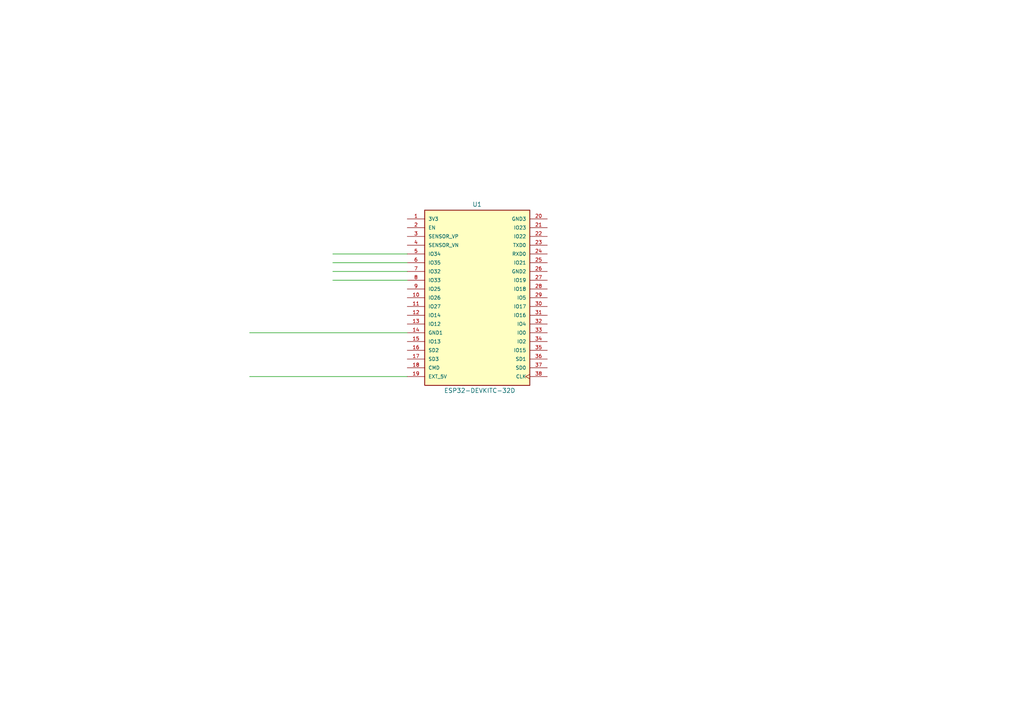
<source format=kicad_sch>
(kicad_sch (version 20231120) (generator "eeschema") (generator_version "8.0")
  (paper "A4")
  (lib_symbols
    (symbol "ESP32-DEVKITCv4-32D:ESP32-DEVKITC-32D" (pin_names (offset 1.016))
      (property "Reference" "U" (at -15.2654 26.0604 0))
      (property "Value" "ESP32-DEVKITC-32D" (at -15.2654 -27.9654 0))
      (symbol "ESP32-DEVKITC-32D_0_0"
        (rectangle (start -15.24 -25.4) (end 15.24 25.4) (stroke (width 0.254)) (fill (type background)))
        (pin power_in line (at -20.32 22.86 0) (length 5.08) (name "3V3") (number "1"))
        (pin bidirectional line (at -20.32 0 0) (length 5.08) (name "IO26") (number "10"))
        (pin bidirectional line (at -20.32 -2.54 0) (length 5.08) (name "IO27") (number "11"))
        (pin bidirectional line (at -20.32 -5.08 0) (length 5.08) (name "IO14") (number "12"))
        (pin bidirectional line (at -20.32 -7.62 0) (length 5.08) (name "IO12") (number "13"))
        (pin power_in line (at -20.32 -10.16 0) (length 5.08) (name "GND1") (number "14"))
        (pin bidirectional line (at -20.32 -12.7 0) (length 5.08) (name "IO13") (number "15"))
        (pin bidirectional line (at -20.32 -15.24 0) (length 5.08) (name "SD2") (number "16"))
        (pin bidirectional line (at -20.32 -17.78 0) (length 5.08) (name "SD3") (number "17"))
        (pin bidirectional line (at -20.32 -20.32 0) (length 5.08) (name "CMD") (number "18"))
        (pin power_in line (at -20.32 -22.86 0) (length 5.08) (name "EXT_5V") (number "19"))
        (pin input line (at -20.32 20.32 0) (length 5.08) (name "EN") (number "2"))
        (pin power_in line (at 20.32 22.86 180) (length 5.08) (name "GND3") (number "20"))
        (pin bidirectional line (at 20.32 20.32 180) (length 5.08) (name "IO23") (number "21"))
        (pin bidirectional line (at 20.32 17.78 180) (length 5.08) (name "IO22") (number "22"))
        (pin output line (at 20.32 15.24 180) (length 5.08) (name "TXD0") (number "23"))
        (pin input line (at 20.32 12.7 180) (length 5.08) (name "RXD0") (number "24"))
        (pin bidirectional line (at 20.32 10.16 180) (length 5.08) (name "IO21") (number "25"))
        (pin power_in line (at 20.32 7.62 180) (length 5.08) (name "GND2") (number "26"))
        (pin bidirectional line (at 20.32 5.08 180) (length 5.08) (name "IO19") (number "27"))
        (pin bidirectional line (at 20.32 2.54 180) (length 5.08) (name "IO18") (number "28"))
        (pin bidirectional line (at 20.32 0 180) (length 5.08) (name "IO5") (number "29"))
        (pin input line (at -20.32 17.78 0) (length 5.08) (name "SENSOR_VP") (number "3"))
        (pin bidirectional line (at 20.32 -2.54 180) (length 5.08) (name "IO17") (number "30"))
        (pin bidirectional line (at 20.32 -5.08 180) (length 5.08) (name "IO16") (number "31"))
        (pin bidirectional line (at 20.32 -7.62 180) (length 5.08) (name "IO4") (number "32"))
        (pin bidirectional line (at 20.32 -10.16 180) (length 5.08) (name "IO0") (number "33"))
        (pin bidirectional line (at 20.32 -12.7 180) (length 5.08) (name "IO2") (number "34"))
        (pin bidirectional line (at 20.32 -15.24 180) (length 5.08) (name "IO15") (number "35"))
        (pin bidirectional line (at 20.32 -17.78 180) (length 5.08) (name "SD1") (number "36"))
        (pin bidirectional line (at 20.32 -20.32 180) (length 5.08) (name "SD0") (number "37"))
        (pin input clock (at 20.32 -22.86 180) (length 5.08) (name "CLK") (number "38"))
        (pin input line (at -20.32 15.24 0) (length 5.08) (name "SENSOR_VN") (number "4"))
        (pin bidirectional line (at -20.32 12.7 0) (length 5.08) (name "IO34") (number "5"))
        (pin bidirectional line (at -20.32 10.16 0) (length 5.08) (name "IO35") (number "6"))
        (pin bidirectional line (at -20.32 7.62 0) (length 5.08) (name "IO32") (number "7"))
        (pin bidirectional line (at -20.32 5.08 0) (length 5.08) (name "IO33") (number "8"))
        (pin bidirectional line (at -20.32 2.54 0) (length 5.08) (name "IO25") (number "9"))
      )
    )
  )
  (wire (pts (xy 72.39 96.52) (xy 118.11 96.52)))
  (wire (pts (xy 96.52 78.74) (xy 118.11 78.74)))
  (wire (pts (xy 96.52 81.28) (xy 118.11 81.28)))
  (wire (pts (xy 72.39 109.22) (xy 118.11 109.22)))
  (wire (pts (xy 96.52 73.66) (xy 118.11 73.66)))
  (wire (pts (xy 96.52 76.2) (xy 118.11 76.2)))
  (symbol (lib_id "ESP32-DEVKITCv4-32D:ESP32-DEVKITC-32D") (at 138.43 86.36 0) (unit 1)
    (property "Reference" "U1" (at 138.3792 59.2836 0))
    (property "Value" "ESP32-DEVKITC-32D" (at 139.1412 113.284 0))
    (property "Footprint" "MCU_ESP32:ESP32-DEVKITCv4-32D" (effects (hide yes)))
    (property "PARTREV" "4" (effects (hide yes)))
    (property "MANUFACTURER" "Espressif Systems" (effects (hide yes)))
  )
)
</source>
